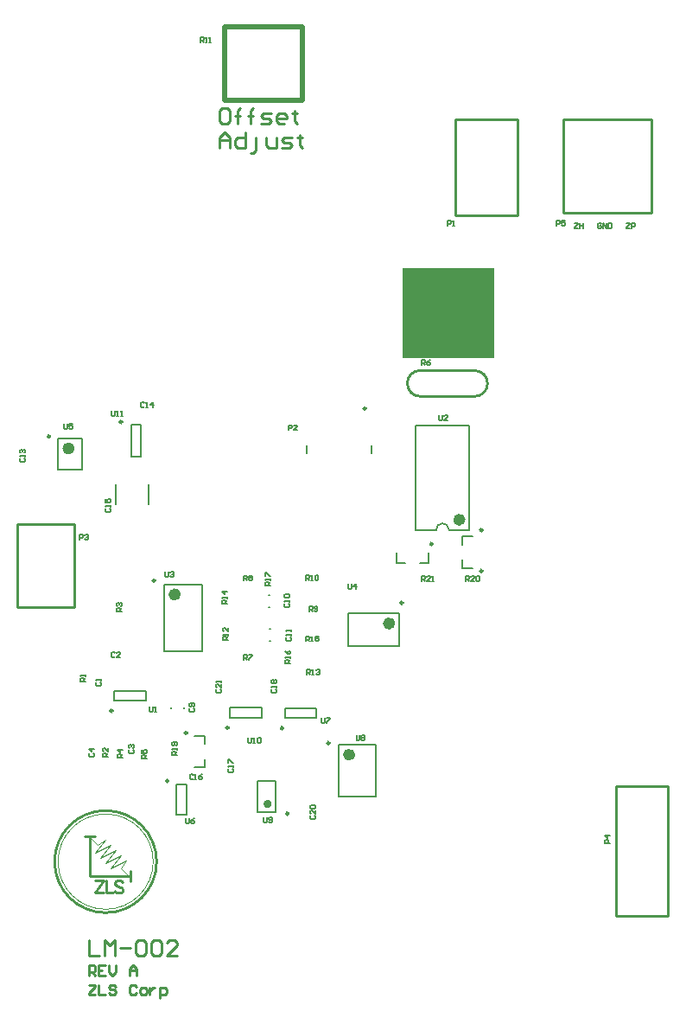
<source format=gbr>
G04 Layer_Color=65535*
%FSLAX26Y26*%
%MOIN*%
%TF.FileFunction,Legend,Top*%
%TF.Part,Single*%
G01*
G75*
%TA.AperFunction,NonConductor*%
%ADD49C,0.007874*%
%ADD50C,0.005000*%
%ADD77C,0.009842*%
%ADD78C,0.015748*%
%ADD79C,0.023622*%
%ADD80C,0.010000*%
%ADD81C,0.003937*%
%ADD82C,0.020000*%
%ADD83R,0.355000X0.350000*%
D49*
X1604024Y1738669D02*
G03*
X1554024Y1738669I-25000J0D01*
G01*
X1304024Y2036045D02*
Y2062869D01*
X1054024Y2036045D02*
Y2062869D01*
X320008Y1838599D02*
Y1913402D01*
X445992Y1838599D02*
Y1913402D01*
X935638Y650992D02*
Y771071D01*
X864772Y650992D02*
Y771071D01*
Y650992D02*
X935638D01*
X864772Y771071D02*
X935638D01*
X1179614Y711110D02*
Y911898D01*
X1321346Y711110D02*
Y911898D01*
X1179614D02*
X1321346D01*
X1179614Y711110D02*
X1321346D01*
X551661Y759339D02*
X591032D01*
X551661Y641229D02*
X591032D01*
X551661D02*
Y759339D01*
X591032Y641229D02*
Y759339D01*
X760231Y1014772D02*
Y1054142D01*
X882279Y1014772D02*
Y1054142D01*
X760231Y1014772D02*
X882279D01*
X760231Y1054142D02*
X882279D01*
X970402Y1013207D02*
Y1052577D01*
X1092449Y1013207D02*
Y1052577D01*
X970402Y1013207D02*
X1092449D01*
X970402Y1052577D02*
X1092449D01*
X1655992Y1680599D02*
Y1713079D01*
X1695362D01*
X1655992Y1591032D02*
Y1623512D01*
Y1591032D02*
X1695362D01*
X1403000Y1611898D02*
X1435480D01*
X1403000D02*
Y1651268D01*
X1492567Y1611898D02*
X1525047D01*
Y1651268D01*
X661898Y823315D02*
Y855795D01*
X622528Y823315D02*
X661898D01*
Y912882D02*
Y945362D01*
X622528D02*
X661898D01*
X531417Y1051488D02*
Y1055425D01*
X580630Y1051488D02*
Y1055425D01*
X907055Y1487095D02*
X910992D01*
X907055Y1441819D02*
X910992D01*
X912055Y1357095D02*
X915992D01*
X912055Y1311819D02*
X915992D01*
X313000Y1079772D02*
Y1119142D01*
X435047Y1079772D02*
Y1119142D01*
X313000Y1079772D02*
X435047D01*
X313000Y1119142D02*
X435047D01*
X1474693Y2140244D02*
X1683354D01*
X1474693Y1738669D02*
X1554024D01*
X1604024D02*
X1683354D01*
X1474693D02*
Y2140244D01*
X1683354Y1738669D02*
Y2140244D01*
X1215598Y1417449D02*
X1412449D01*
X1215598Y1291465D02*
X1412449D01*
Y1417449D01*
X1215598Y1291465D02*
Y1417449D01*
X96724Y1969976D02*
Y2092024D01*
X187276Y1969976D02*
Y2092024D01*
X96724D02*
X187276D01*
X96724Y1969976D02*
X187276D01*
X506189Y1269536D02*
Y1529378D01*
X651858Y1269536D02*
Y1529378D01*
X506189D02*
X651858D01*
X506189Y1269536D02*
X651858D01*
X377315Y2144024D02*
X416685D01*
X377315Y2021976D02*
X416685D01*
X377315D02*
Y2144024D01*
X416685Y2021976D02*
Y2144024D01*
D50*
X590047Y627442D02*
Y611044D01*
X593327Y607764D01*
X599887D01*
X603166Y611044D01*
Y627442D01*
X622845D02*
X616285Y624163D01*
X609726Y617603D01*
Y611044D01*
X613006Y607764D01*
X619565D01*
X622845Y611044D01*
Y614323D01*
X619565Y617603D01*
X609726D01*
X1071601Y639119D02*
X1068321Y635839D01*
Y629280D01*
X1071601Y626000D01*
X1084720D01*
X1088000Y629280D01*
Y635839D01*
X1084720Y639119D01*
X1088000Y658798D02*
Y645679D01*
X1074881Y658798D01*
X1071601D01*
X1068321Y655518D01*
Y648958D01*
X1071601Y645679D01*
Y665357D02*
X1068321Y668637D01*
Y675197D01*
X1071601Y678476D01*
X1084720D01*
X1088000Y675197D01*
Y668637D01*
X1084720Y665357D01*
X1071601D01*
X616946Y793375D02*
X613666Y796655D01*
X607107D01*
X603827Y793375D01*
Y780256D01*
X607107Y776976D01*
X613666D01*
X616946Y780256D01*
X623505Y776976D02*
X630065D01*
X626785D01*
Y796655D01*
X623505Y793375D01*
X653024Y796655D02*
X646464Y793375D01*
X639904Y786816D01*
Y780256D01*
X643184Y776976D01*
X649744D01*
X653024Y780256D01*
Y783536D01*
X649744Y786816D01*
X639904D01*
X246601Y1152119D02*
X243321Y1148839D01*
Y1142280D01*
X246601Y1139000D01*
X259720D01*
X263000Y1142280D01*
Y1148839D01*
X259720Y1152119D01*
X263000Y1158679D02*
Y1165238D01*
Y1161958D01*
X243321D01*
X246601Y1158679D01*
X315119Y1265399D02*
X311839Y1268679D01*
X305280D01*
X302000Y1265399D01*
Y1252280D01*
X305280Y1249000D01*
X311839D01*
X315119Y1252280D01*
X334798Y1249000D02*
X321679D01*
X334798Y1262119D01*
Y1265399D01*
X331518Y1268679D01*
X324958D01*
X321679Y1265399D01*
X372601Y892119D02*
X369321Y888839D01*
Y882280D01*
X372601Y879000D01*
X385720D01*
X389000Y882280D01*
Y888839D01*
X385720Y892119D01*
X372601Y898679D02*
X369321Y901958D01*
Y908518D01*
X372601Y911798D01*
X375881D01*
X379161Y908518D01*
Y905238D01*
Y908518D01*
X382440Y911798D01*
X385720D01*
X389000Y908518D01*
Y901958D01*
X385720Y898679D01*
X218601Y877119D02*
X215321Y873839D01*
Y867280D01*
X218601Y864000D01*
X231720D01*
X235000Y867280D01*
Y873839D01*
X231720Y877119D01*
X235000Y893518D02*
X215321D01*
X225161Y883679D01*
Y896798D01*
X606601Y1050119D02*
X603321Y1046839D01*
Y1040280D01*
X606601Y1037000D01*
X619720D01*
X623000Y1040280D01*
Y1046839D01*
X619720Y1050119D01*
Y1056679D02*
X623000Y1059958D01*
Y1066518D01*
X619720Y1069798D01*
X606601D01*
X603321Y1066518D01*
Y1059958D01*
X606601Y1056679D01*
X609881D01*
X613161Y1059958D01*
Y1069798D01*
X972625Y1453576D02*
X969345Y1450296D01*
Y1443737D01*
X972625Y1440457D01*
X985744D01*
X989024Y1443737D01*
Y1450296D01*
X985744Y1453576D01*
X989024Y1460135D02*
Y1466695D01*
Y1463415D01*
X969345D01*
X972625Y1460135D01*
Y1476534D02*
X969345Y1479814D01*
Y1486374D01*
X972625Y1489653D01*
X985744D01*
X989024Y1486374D01*
Y1479814D01*
X985744Y1476534D01*
X972625D01*
X977625Y1325576D02*
X974345Y1322296D01*
Y1315737D01*
X977625Y1312457D01*
X990744D01*
X994024Y1315737D01*
Y1322296D01*
X990744Y1325576D01*
X994024Y1332135D02*
Y1338695D01*
Y1335415D01*
X974345D01*
X977625Y1332135D01*
X994024Y1348534D02*
Y1355094D01*
Y1351814D01*
X974345D01*
X977625Y1348534D01*
X-47399Y2013119D02*
X-50679Y2009839D01*
Y2003280D01*
X-47399Y2000000D01*
X-34280D01*
X-31000Y2003280D01*
Y2009839D01*
X-34280Y2013119D01*
X-31000Y2019679D02*
Y2026238D01*
Y2022958D01*
X-50679D01*
X-47399Y2019679D01*
Y2036078D02*
X-50679Y2039357D01*
Y2045917D01*
X-47399Y2049197D01*
X-44119D01*
X-40839Y2045917D01*
Y2042637D01*
Y2045917D01*
X-37559Y2049197D01*
X-34280D01*
X-31000Y2045917D01*
Y2039357D01*
X-34280Y2036078D01*
X429119Y2228399D02*
X425839Y2231679D01*
X419280D01*
X416000Y2228399D01*
Y2215280D01*
X419280Y2212000D01*
X425839D01*
X429119Y2215280D01*
X435679Y2212000D02*
X442238D01*
X438958D01*
Y2231679D01*
X435679Y2228399D01*
X461917Y2212000D02*
Y2231679D01*
X452077Y2221839D01*
X465197D01*
X756861Y818348D02*
X753581Y815068D01*
Y808508D01*
X756861Y805229D01*
X769980D01*
X773260Y808508D01*
Y815068D01*
X769980Y818348D01*
X773260Y824907D02*
Y831467D01*
Y828187D01*
X753581D01*
X756861Y824907D01*
X753581Y841306D02*
Y854425D01*
X756861D01*
X769980Y841306D01*
X773260D01*
X921625Y1124576D02*
X918345Y1121296D01*
Y1114737D01*
X921625Y1111457D01*
X934744D01*
X938024Y1114737D01*
Y1121296D01*
X934744Y1124576D01*
X938024Y1131135D02*
Y1137695D01*
Y1134415D01*
X918345D01*
X921625Y1131135D01*
Y1147534D02*
X918345Y1150814D01*
Y1157374D01*
X921625Y1160653D01*
X924904D01*
X928184Y1157374D01*
X931464Y1160653D01*
X934744D01*
X938024Y1157374D01*
Y1150814D01*
X934744Y1147534D01*
X931464D01*
X928184Y1150814D01*
X924904Y1147534D01*
X921625D01*
X928184Y1150814D02*
Y1157374D01*
X1600000Y2910000D02*
Y2929679D01*
X1609839D01*
X1613119Y2926399D01*
Y2919839D01*
X1609839Y2916559D01*
X1600000D01*
X1619679Y2910000D02*
X1626238D01*
X1622958D01*
Y2929679D01*
X1619679Y2926399D01*
X986000Y2123000D02*
Y2142679D01*
X995839D01*
X999119Y2139399D01*
Y2132839D01*
X995839Y2129559D01*
X986000D01*
X1018798Y2123000D02*
X1005679D01*
X1018798Y2136119D01*
Y2139399D01*
X1015518Y2142679D01*
X1008958D01*
X1005679Y2139399D01*
X202000Y1155000D02*
X182321D01*
Y1164839D01*
X185601Y1168119D01*
X192161D01*
X195440Y1164839D01*
Y1155000D01*
Y1161560D02*
X202000Y1168119D01*
Y1174679D02*
Y1181238D01*
Y1177958D01*
X182321D01*
X185601Y1174679D01*
X287000Y864000D02*
X267321D01*
Y873839D01*
X270601Y877119D01*
X277161D01*
X280440Y873839D01*
Y864000D01*
Y870559D02*
X287000Y877119D01*
Y896798D02*
Y883679D01*
X273881Y896798D01*
X270601D01*
X267321Y893518D01*
Y886958D01*
X270601Y883679D01*
X342000Y1425000D02*
X322321D01*
Y1434839D01*
X325601Y1438119D01*
X332161D01*
X335440Y1434839D01*
Y1425000D01*
Y1431560D02*
X342000Y1438119D01*
X325601Y1444679D02*
X322321Y1447958D01*
Y1454518D01*
X325601Y1457798D01*
X328881D01*
X332161Y1454518D01*
Y1451238D01*
Y1454518D01*
X335440Y1457798D01*
X338720D01*
X342000Y1454518D01*
Y1447958D01*
X338720Y1444679D01*
X346000Y862000D02*
X326321D01*
Y871839D01*
X329601Y875119D01*
X336161D01*
X339440Y871839D01*
Y862000D01*
Y868559D02*
X346000Y875119D01*
Y891518D02*
X326321D01*
X336161Y881679D01*
Y894798D01*
X438000Y859000D02*
X418321D01*
Y868839D01*
X421601Y872119D01*
X428161D01*
X431440Y868839D01*
Y859000D01*
Y865559D02*
X438000Y872119D01*
X418321Y891798D02*
Y878679D01*
X428161D01*
X424881Y885238D01*
Y888518D01*
X428161Y891798D01*
X434720D01*
X438000Y888518D01*
Y881958D01*
X434720Y878679D01*
X1500000Y2374016D02*
Y2393694D01*
X1509839D01*
X1513119Y2390415D01*
Y2383855D01*
X1509839Y2380575D01*
X1500000D01*
X1506559D02*
X1513119Y2374016D01*
X1532798Y2393694D02*
X1526238Y2390415D01*
X1519678Y2383855D01*
Y2377296D01*
X1522958Y2374016D01*
X1529518D01*
X1532798Y2377296D01*
Y2380575D01*
X1529518Y2383855D01*
X1519678D01*
X1670000Y1540000D02*
Y1559679D01*
X1679839D01*
X1683119Y1556399D01*
Y1549839D01*
X1679839Y1546560D01*
X1670000D01*
X1676560D02*
X1683119Y1540000D01*
X1702798D02*
X1689679D01*
X1702798Y1553119D01*
Y1556399D01*
X1699518Y1559679D01*
X1692958D01*
X1689679Y1556399D01*
X1709357D02*
X1712637Y1559679D01*
X1719197D01*
X1722476Y1556399D01*
Y1543280D01*
X1719197Y1540000D01*
X1712637D01*
X1709357Y1543280D01*
Y1556399D01*
X1499000Y1541000D02*
Y1560679D01*
X1508839D01*
X1512119Y1557399D01*
Y1550839D01*
X1508839Y1547560D01*
X1499000D01*
X1505560D02*
X1512119Y1541000D01*
X1531798D02*
X1518679D01*
X1531798Y1554119D01*
Y1557399D01*
X1528518Y1560679D01*
X1521958D01*
X1518679Y1557399D01*
X1538357Y1541000D02*
X1544917D01*
X1541637D01*
Y1560679D01*
X1538357Y1557399D01*
X812000Y1238000D02*
Y1257679D01*
X821839D01*
X825119Y1254399D01*
Y1247839D01*
X821839Y1244560D01*
X812000D01*
X818559D02*
X825119Y1238000D01*
X831679Y1257679D02*
X844798D01*
Y1254399D01*
X831679Y1241280D01*
Y1238000D01*
X813000Y1543000D02*
Y1562679D01*
X822839D01*
X826119Y1559399D01*
Y1552839D01*
X822839Y1549560D01*
X813000D01*
X819559D02*
X826119Y1543000D01*
X832679Y1559399D02*
X835958Y1562679D01*
X842518D01*
X845798Y1559399D01*
Y1556119D01*
X842518Y1552839D01*
X845798Y1549560D01*
Y1546280D01*
X842518Y1543000D01*
X835958D01*
X832679Y1546280D01*
Y1549560D01*
X835958Y1552839D01*
X832679Y1556119D01*
Y1559399D01*
X835958Y1552839D02*
X842518D01*
X1064024Y1424457D02*
Y1444135D01*
X1073863D01*
X1077143Y1440856D01*
Y1434296D01*
X1073863Y1431016D01*
X1064024D01*
X1070583D02*
X1077143Y1424457D01*
X1083702Y1427737D02*
X1086982Y1424457D01*
X1093542D01*
X1096821Y1427737D01*
Y1440856D01*
X1093542Y1444135D01*
X1086982D01*
X1083702Y1440856D01*
Y1437576D01*
X1086982Y1434296D01*
X1096821D01*
X1051024Y1543457D02*
Y1563135D01*
X1060863D01*
X1064143Y1559856D01*
Y1553296D01*
X1060863Y1550016D01*
X1051024D01*
X1057583D02*
X1064143Y1543457D01*
X1070702D02*
X1077262D01*
X1073982D01*
Y1563135D01*
X1070702Y1559856D01*
X1087101D02*
X1090381Y1563135D01*
X1096940D01*
X1100220Y1559856D01*
Y1546737D01*
X1096940Y1543457D01*
X1090381D01*
X1087101Y1546737D01*
Y1559856D01*
X555000Y872000D02*
X535321D01*
Y881839D01*
X538601Y885119D01*
X545161D01*
X548441Y881839D01*
Y872000D01*
Y878559D02*
X555000Y885119D01*
Y891679D02*
Y898238D01*
Y894958D01*
X535321D01*
X538601Y891679D01*
X551720Y908077D02*
X555000Y911357D01*
Y917917D01*
X551720Y921197D01*
X538601D01*
X535321Y917917D01*
Y911357D01*
X538601Y908077D01*
X541881D01*
X545161Y911357D01*
Y921197D01*
X644024Y3617543D02*
Y3637222D01*
X653863D01*
X657143Y3633942D01*
Y3627383D01*
X653863Y3624103D01*
X644024D01*
X650583D02*
X657143Y3617543D01*
X663702D02*
X670262D01*
X666982D01*
Y3637222D01*
X663702Y3633942D01*
X680101Y3617543D02*
X686661D01*
X683381D01*
Y3637222D01*
X680101Y3633942D01*
X751000Y1313000D02*
X731321D01*
Y1322839D01*
X734601Y1326119D01*
X741161D01*
X744441Y1322839D01*
Y1313000D01*
Y1319560D02*
X751000Y1326119D01*
Y1332679D02*
Y1339238D01*
Y1335958D01*
X731321D01*
X734601Y1332679D01*
X751000Y1362197D02*
Y1349078D01*
X737881Y1362197D01*
X734601D01*
X731321Y1358917D01*
Y1352357D01*
X734601Y1349078D01*
X1055024Y1181457D02*
Y1201135D01*
X1064863D01*
X1068143Y1197856D01*
Y1191296D01*
X1064863Y1188016D01*
X1055024D01*
X1061583D02*
X1068143Y1181457D01*
X1074702D02*
X1081262D01*
X1077982D01*
Y1201135D01*
X1074702Y1197856D01*
X1091101D02*
X1094381Y1201135D01*
X1100940D01*
X1104220Y1197856D01*
Y1194576D01*
X1100940Y1191296D01*
X1097661D01*
X1100940D01*
X1104220Y1188016D01*
Y1184737D01*
X1100940Y1181457D01*
X1094381D01*
X1091101Y1184737D01*
X749000Y1456000D02*
X729321D01*
Y1465839D01*
X732601Y1469119D01*
X739161D01*
X742441Y1465839D01*
Y1456000D01*
Y1462560D02*
X749000Y1469119D01*
Y1475679D02*
Y1482238D01*
Y1478958D01*
X729321D01*
X732601Y1475679D01*
X749000Y1501917D02*
X729321D01*
X739161Y1492078D01*
Y1505197D01*
X1052024Y1309457D02*
Y1329135D01*
X1061863D01*
X1065143Y1325856D01*
Y1319296D01*
X1061863Y1316016D01*
X1052024D01*
X1058583D02*
X1065143Y1309457D01*
X1071702D02*
X1078262D01*
X1074982D01*
Y1329135D01*
X1071702Y1325856D01*
X1101220Y1329135D02*
X1088101D01*
Y1319296D01*
X1094661Y1322576D01*
X1097940D01*
X1101220Y1319296D01*
Y1312737D01*
X1097940Y1309457D01*
X1091381D01*
X1088101Y1312737D01*
X993024Y1223457D02*
X973345D01*
Y1233296D01*
X976625Y1236576D01*
X983184D01*
X986464Y1233296D01*
Y1223457D01*
Y1230016D02*
X993024Y1236576D01*
Y1243135D02*
Y1249695D01*
Y1246415D01*
X973345D01*
X976625Y1243135D01*
X973345Y1272653D02*
X976625Y1266094D01*
X983184Y1259534D01*
X989744D01*
X993024Y1262814D01*
Y1269374D01*
X989744Y1272653D01*
X986464D01*
X983184Y1269374D01*
Y1259534D01*
X916024Y1525457D02*
X896345D01*
Y1535296D01*
X899625Y1538576D01*
X906184D01*
X909464Y1535296D01*
Y1525457D01*
Y1532016D02*
X916024Y1538576D01*
Y1545135D02*
Y1551695D01*
Y1548415D01*
X896345D01*
X899625Y1545135D01*
X896345Y1561534D02*
Y1574653D01*
X899625D01*
X912744Y1561534D01*
X916024D01*
X448000Y1057679D02*
Y1041280D01*
X451280Y1038000D01*
X457839D01*
X461119Y1041280D01*
Y1057679D01*
X467679Y1038000D02*
X474238D01*
X470958D01*
Y1057679D01*
X467679Y1054399D01*
X1565000Y2179679D02*
Y2163280D01*
X1568280Y2160000D01*
X1574839D01*
X1578119Y2163280D01*
Y2179679D01*
X1597798Y2160000D02*
X1584679D01*
X1597798Y2173119D01*
Y2176399D01*
X1594518Y2179679D01*
X1587958D01*
X1584679Y2176399D01*
X510000Y1577679D02*
Y1561280D01*
X513280Y1558000D01*
X519839D01*
X523119Y1561280D01*
Y1577679D01*
X529679Y1574399D02*
X532958Y1577679D01*
X539518D01*
X542798Y1574399D01*
Y1571119D01*
X539518Y1567839D01*
X536238D01*
X539518D01*
X542798Y1564560D01*
Y1561280D01*
X539518Y1558000D01*
X532958D01*
X529679Y1561280D01*
X1215890Y1531568D02*
Y1515170D01*
X1219170Y1511890D01*
X1225729D01*
X1229009Y1515170D01*
Y1531568D01*
X1245408Y1511890D02*
Y1531568D01*
X1235568Y1521729D01*
X1248688D01*
X120000Y2147679D02*
Y2131280D01*
X123280Y2128000D01*
X129839D01*
X133119Y2131280D01*
Y2147679D01*
X152798D02*
X139679D01*
Y2137839D01*
X146238Y2141119D01*
X149518D01*
X152798Y2137839D01*
Y2131280D01*
X149518Y2128000D01*
X142958D01*
X139679Y2131280D01*
X709625Y1125576D02*
X706345Y1122296D01*
Y1115737D01*
X709625Y1112457D01*
X722744D01*
X726024Y1115737D01*
Y1122296D01*
X722744Y1125576D01*
X726024Y1145255D02*
Y1132135D01*
X712904Y1145255D01*
X709625D01*
X706345Y1141975D01*
Y1135415D01*
X709625Y1132135D01*
X726024Y1151814D02*
Y1158373D01*
Y1155094D01*
X706345D01*
X709625Y1151814D01*
X180000Y1700000D02*
Y1719679D01*
X189839D01*
X193119Y1716399D01*
Y1709839D01*
X189839Y1706560D01*
X180000D01*
X199679Y1716399D02*
X202958Y1719679D01*
X209518D01*
X212798Y1716399D01*
Y1713119D01*
X209518Y1709839D01*
X206238D01*
X209518D01*
X212798Y1706560D01*
Y1703280D01*
X209518Y1700000D01*
X202958D01*
X199679Y1703280D01*
X1112000Y1013679D02*
Y997280D01*
X1115280Y994000D01*
X1121839D01*
X1125119Y997280D01*
Y1013679D01*
X1131679D02*
X1144798D01*
Y1010399D01*
X1131679Y997280D01*
Y994000D01*
X830000Y936679D02*
Y920280D01*
X833280Y917000D01*
X839839D01*
X843119Y920280D01*
Y936679D01*
X849679Y917000D02*
X856238D01*
X852958D01*
Y936679D01*
X849679Y933399D01*
X866077D02*
X869357Y936679D01*
X875917D01*
X879197Y933399D01*
Y920280D01*
X875917Y917000D01*
X869357D01*
X866077Y920280D01*
Y933399D01*
X2225000Y531000D02*
X2205321D01*
Y540839D01*
X2208601Y544119D01*
X2215161D01*
X2218441Y540839D01*
Y531000D01*
X2225000Y560518D02*
X2205321D01*
X2215161Y550679D01*
Y563798D01*
X1247000Y948679D02*
Y932280D01*
X1250280Y929000D01*
X1256839D01*
X1260119Y932280D01*
Y948679D01*
X1266679Y945399D02*
X1269958Y948679D01*
X1276518D01*
X1279798Y945399D01*
Y942119D01*
X1276518Y938839D01*
X1279798Y935559D01*
Y932280D01*
X1276518Y929000D01*
X1269958D01*
X1266679Y932280D01*
Y935559D01*
X1269958Y938839D01*
X1266679Y942119D01*
Y945399D01*
X1269958Y938839D02*
X1276518D01*
X889000Y629679D02*
Y613280D01*
X892280Y610000D01*
X898839D01*
X902119Y613280D01*
Y629679D01*
X908679Y613280D02*
X911958Y610000D01*
X918518D01*
X921798Y613280D01*
Y626399D01*
X918518Y629679D01*
X911958D01*
X908679Y626399D01*
Y623119D01*
X911958Y619839D01*
X921798D01*
X302000Y2196679D02*
Y2180280D01*
X305280Y2177000D01*
X311839D01*
X315119Y2180280D01*
Y2196679D01*
X321679Y2177000D02*
X328238D01*
X324958D01*
Y2196679D01*
X321679Y2193399D01*
X338077Y2177000D02*
X344637D01*
X341357D01*
Y2196679D01*
X338077Y2193399D01*
X282601Y1822119D02*
X279321Y1818839D01*
Y1812280D01*
X282601Y1809000D01*
X295720D01*
X299000Y1812280D01*
Y1818839D01*
X295720Y1822119D01*
X299000Y1828679D02*
Y1835238D01*
Y1831958D01*
X279321D01*
X282601Y1828679D01*
X279321Y1858197D02*
Y1845078D01*
X289161D01*
X285881Y1851637D01*
Y1854917D01*
X289161Y1858197D01*
X295720D01*
X299000Y1854917D01*
Y1848357D01*
X295720Y1845078D01*
X2020000Y2910000D02*
Y2929679D01*
X2029839D01*
X2033119Y2926399D01*
Y2919839D01*
X2029839Y2916559D01*
X2020000D01*
X2052798Y2929679D02*
X2039679D01*
Y2919839D01*
X2046238Y2923119D01*
X2049518D01*
X2052798Y2919839D01*
Y2913280D01*
X2049518Y2910000D01*
X2042958D01*
X2039679Y2913280D01*
X2290000Y2919679D02*
X2303119D01*
Y2916399D01*
X2290000Y2903280D01*
Y2900000D01*
X2303119D01*
X2309679D02*
Y2919679D01*
X2319518D01*
X2322798Y2916399D01*
Y2909839D01*
X2319518Y2906559D01*
X2309679D01*
X2090000Y2919679D02*
X2103119D01*
Y2916399D01*
X2090000Y2903280D01*
Y2900000D01*
X2103119D01*
X2109679Y2919679D02*
Y2900000D01*
Y2909839D01*
X2122798D01*
Y2919679D01*
Y2900000D01*
X2193119Y2916399D02*
X2189839Y2919679D01*
X2183280D01*
X2180000Y2916399D01*
Y2903280D01*
X2183280Y2900000D01*
X2189839D01*
X2193119Y2903280D01*
Y2909839D01*
X2186559D01*
X2199679Y2900000D02*
Y2919679D01*
X2212798Y2900000D01*
Y2919679D01*
X2219357D02*
Y2900000D01*
X2229197D01*
X2232476Y2903280D01*
Y2916399D01*
X2229197Y2919679D01*
X2219357D01*
D77*
X1283945Y2206150D02*
G03*
X1283945Y2206150I-4921J0D01*
G01*
X984850Y645087D02*
G03*
X984850Y645087I-4921J0D01*
G01*
X1144181Y916819D02*
G03*
X1144181Y916819I-4921J0D01*
G01*
X522134Y771150D02*
G03*
X522134Y771150I-4921J0D01*
G01*
X754326Y976386D02*
G03*
X754326Y976386I-4921J0D01*
G01*
X964496Y974821D02*
G03*
X964496Y974821I-4921J0D01*
G01*
X1733748Y1580205D02*
G03*
X1733748Y1580205I-4921J0D01*
G01*
X1540795Y1684732D02*
G03*
X1540795Y1684732I-4921J0D01*
G01*
X593984Y956189D02*
G03*
X593984Y956189I-4921J0D01*
G01*
X307094Y1041386D02*
G03*
X307094Y1041386I-4921J0D01*
G01*
X1733945Y1738276D02*
G03*
X1733945Y1738276I-4921J0D01*
G01*
X1426425Y1457803D02*
G03*
X1426425Y1457803I-4921J0D01*
G01*
X65228Y2099307D02*
G03*
X65228Y2099307I-4921J0D01*
G01*
X470756Y1543158D02*
G03*
X470756Y1543158I-4921J0D01*
G01*
X343850Y2154850D02*
G03*
X343850Y2154850I-4921J0D01*
G01*
D78*
X912016Y682488D02*
G03*
X912016Y682488I-7874J0D01*
G01*
D79*
X1230795Y872528D02*
G03*
X1230795Y872528I-11811J0D01*
G01*
X1655795Y1778040D02*
G03*
X1655795Y1778040I-11811J0D01*
G01*
X1384890Y1378079D02*
G03*
X1384890Y1378079I-11811J0D01*
G01*
X147905Y2052653D02*
G03*
X147905Y2052653I-11811J0D01*
G01*
X557370Y1490008D02*
G03*
X557370Y1490008I-11811J0D01*
G01*
D80*
X1702978Y2253150D02*
G03*
X1702978Y2353150I250J50000D01*
G01*
X1493478D02*
G03*
X1493478Y2253150I-250J-50000D01*
G01*
X476362Y460221D02*
G03*
X476362Y460221I-196850J0D01*
G01*
X160000Y1440000D02*
Y1760000D01*
X-60000Y1440000D02*
X160000D01*
X-60000D02*
Y1760000D01*
X160000D01*
X2046299Y2960000D02*
Y3320000D01*
X2386299D01*
Y2960000D02*
Y3320000D01*
X2046299Y2960000D02*
X2386299D01*
X2450000Y250000D02*
Y750000D01*
X2250000Y250000D02*
X2450000D01*
X2250000D02*
Y750000D01*
X2450000D01*
X1493478Y2253150D02*
X1702978D01*
X1493478Y2353150D02*
X1702978D01*
X199512Y558221D02*
X239512D01*
X219512Y403221D02*
X369512D01*
X219512D02*
Y553221D01*
X374512Y383221D02*
Y423221D01*
X1630000Y2950000D02*
X1870000D01*
X1630000D02*
Y3320000D01*
X1870000D01*
Y2950000D02*
Y3320000D01*
X749990Y3365951D02*
X729997D01*
X720000Y3355954D01*
Y3315967D01*
X729997Y3305970D01*
X749990D01*
X759987Y3315967D01*
Y3355954D01*
X749990Y3365951D01*
X789977Y3305970D02*
Y3355954D01*
Y3335961D01*
X779981D01*
X799974D01*
X789977D01*
Y3355954D01*
X799974Y3365951D01*
X839961Y3305970D02*
Y3355954D01*
Y3335961D01*
X829964D01*
X849958D01*
X839961D01*
Y3355954D01*
X849958Y3365951D01*
X879948Y3305970D02*
X909938D01*
X919935Y3315967D01*
X909938Y3325964D01*
X889945D01*
X879948Y3335961D01*
X889945Y3345957D01*
X919935D01*
X969919Y3305970D02*
X949926D01*
X939929Y3315967D01*
Y3335961D01*
X949926Y3345957D01*
X969919D01*
X979916Y3335961D01*
Y3325964D01*
X939929D01*
X1009906Y3355954D02*
Y3345957D01*
X999909D01*
X1019903D01*
X1009906D01*
Y3315967D01*
X1019903Y3305970D01*
X720000Y3209994D02*
Y3249981D01*
X739994Y3269974D01*
X759987Y3249981D01*
Y3209994D01*
Y3239984D01*
X720000D01*
X819968Y3269974D02*
Y3209994D01*
X789977D01*
X779981Y3219990D01*
Y3239984D01*
X789977Y3249981D01*
X819968D01*
X839961Y3190000D02*
X849958D01*
X859955Y3199997D01*
Y3249981D01*
X899942D02*
Y3219990D01*
X909939Y3209994D01*
X939929D01*
Y3249981D01*
X959922Y3209994D02*
X989913D01*
X999909Y3219990D01*
X989913Y3229987D01*
X969919D01*
X959922Y3239984D01*
X969919Y3249981D01*
X999909D01*
X1029900Y3259977D02*
Y3249981D01*
X1019903D01*
X1039897D01*
X1029900D01*
Y3219990D01*
X1039897Y3209994D01*
X213992Y156492D02*
Y96512D01*
X253979D01*
X273973D02*
Y156492D01*
X293966Y136499D01*
X313960Y156492D01*
Y96512D01*
X333953Y126502D02*
X373940D01*
X393934Y146496D02*
X403931Y156492D01*
X423924D01*
X433921Y146496D01*
Y106509D01*
X423924Y96512D01*
X403931D01*
X393934Y106509D01*
Y146496D01*
X453914D02*
X463911Y156492D01*
X483905D01*
X493902Y146496D01*
Y106509D01*
X483905Y96512D01*
X463911D01*
X453914Y106509D01*
Y146496D01*
X553882Y96512D02*
X513895D01*
X553882Y136499D01*
Y146496D01*
X543885Y156492D01*
X523892D01*
X513895Y146496D01*
X213992Y21512D02*
Y60869D01*
X233671D01*
X240230Y54310D01*
Y41191D01*
X233671Y34631D01*
X213992D01*
X227111D02*
X240230Y21512D01*
X279588Y60869D02*
X253350D01*
Y21512D01*
X279588D01*
X253350Y41191D02*
X266469D01*
X292707Y60869D02*
Y34631D01*
X305826Y21512D01*
X318945Y34631D01*
Y60869D01*
X371422Y21512D02*
Y47750D01*
X384541Y60869D01*
X397660Y47750D01*
Y21512D01*
Y41191D01*
X371422D01*
X213992Y-14131D02*
X240230D01*
Y-20690D01*
X213992Y-46929D01*
Y-53488D01*
X240230D01*
X253350Y-14131D02*
Y-53488D01*
X279588D01*
X318945Y-20690D02*
X312386Y-14131D01*
X299267D01*
X292707Y-20690D01*
Y-27250D01*
X299267Y-33809D01*
X312386D01*
X318945Y-40369D01*
Y-46929D01*
X312386Y-53488D01*
X299267D01*
X292707Y-46929D01*
X397660Y-20690D02*
X391100Y-14131D01*
X377981D01*
X371422Y-20690D01*
Y-46929D01*
X377981Y-53488D01*
X391100D01*
X397660Y-46929D01*
X417339Y-53488D02*
X430458D01*
X437017Y-46929D01*
Y-33809D01*
X430458Y-27250D01*
X417339D01*
X410779Y-33809D01*
Y-46929D01*
X417339Y-53488D01*
X450137Y-27250D02*
Y-53488D01*
Y-40369D01*
X456696Y-33809D01*
X463256Y-27250D01*
X469815D01*
X489494Y-66607D02*
Y-27250D01*
X509173D01*
X515732Y-33809D01*
Y-46929D01*
X509173Y-53488D01*
X489494D01*
X271001Y387454D02*
X239512Y340221D01*
Y387454D02*
X271001D01*
X239512Y340221D02*
X271001D01*
X281572Y387454D02*
Y340221D01*
X308563D01*
X345226Y380707D02*
X340727Y385205D01*
X333980Y387454D01*
X324983D01*
X318235Y385205D01*
X313737Y380707D01*
Y376208D01*
X315986Y371710D01*
X318235Y369461D01*
X322733Y367211D01*
X336229Y362713D01*
X340727Y360464D01*
X342977Y358214D01*
X345226Y353716D01*
Y346968D01*
X340727Y342470D01*
X333980Y340221D01*
X324983D01*
X318235Y342470D01*
X313737Y346968D01*
D81*
X463087Y460221D02*
G03*
X463087Y460221I-183576J0D01*
G01*
X299512Y433221D02*
X339512Y483221D01*
X239512Y493221D02*
X299512Y523221D01*
X239512Y493221D02*
X279512Y543221D01*
X299512Y433221D02*
X359512Y463221D01*
X219512Y553221D02*
X249512Y523221D01*
X279512Y453221D02*
X339512Y483221D01*
X259512Y473221D02*
X319512Y503221D01*
X279512Y453221D02*
X319512Y503221D01*
X259512Y473221D02*
X299512Y523221D01*
X339512Y433221D02*
X359512Y463221D01*
X339512Y433221D02*
X369512Y403221D01*
X249512Y523221D02*
X279512Y543221D01*
D82*
X740000Y3395000D02*
Y3677600D01*
Y3395000D02*
X1040000D01*
X753800Y3677600D02*
X769400D01*
X829400D02*
X1040000D01*
Y3470000D02*
Y3677600D01*
X740000D02*
X753800D01*
X769400D02*
X829400D01*
X1040000Y3395000D02*
Y3470000D01*
D83*
X1602500Y2575000D02*
D03*
%TF.MD5,63b2ab124e9ce9e7256183ec21507e9c*%
M02*

</source>
